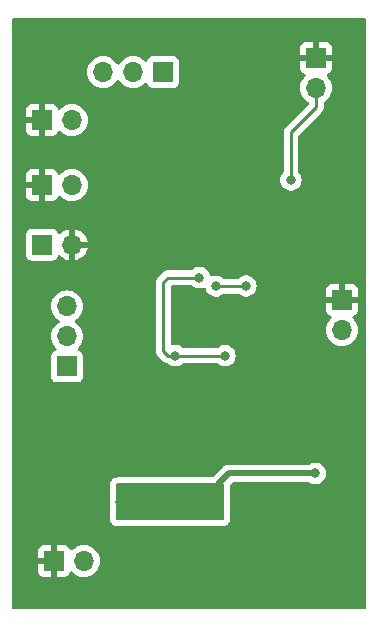
<source format=gbr>
%TF.GenerationSoftware,KiCad,Pcbnew,7.0.1-3b83917a11~172~ubuntu22.04.1*%
%TF.CreationDate,2023-04-19T02:42:24+01:00*%
%TF.ProjectId,mxr_microamp,6d78725f-6d69-4637-926f-616d702e6b69,rev?*%
%TF.SameCoordinates,Original*%
%TF.FileFunction,Copper,L2,Bot*%
%TF.FilePolarity,Positive*%
%FSLAX46Y46*%
G04 Gerber Fmt 4.6, Leading zero omitted, Abs format (unit mm)*
G04 Created by KiCad (PCBNEW 7.0.1-3b83917a11~172~ubuntu22.04.1) date 2023-04-19 02:42:24*
%MOMM*%
%LPD*%
G01*
G04 APERTURE LIST*
%TA.AperFunction,ComponentPad*%
%ADD10O,1.700000X1.700000*%
%TD*%
%TA.AperFunction,ComponentPad*%
%ADD11R,1.700000X1.700000*%
%TD*%
%TA.AperFunction,ComponentPad*%
%ADD12C,0.600000*%
%TD*%
%TA.AperFunction,SMDPad,CuDef*%
%ADD13R,2.650000X1.000000*%
%TD*%
%TA.AperFunction,ViaPad*%
%ADD14C,0.800000*%
%TD*%
%TA.AperFunction,Conductor*%
%ADD15C,0.250000*%
%TD*%
%TA.AperFunction,Conductor*%
%ADD16C,0.500000*%
%TD*%
G04 APERTURE END LIST*
D10*
%TO.P,J7,2,Pin_2*%
%TO.N,GND*%
X132080000Y-82677000D03*
D11*
%TO.P,J7,1,Pin_1*%
%TO.N,Net-(J6-Pin_3)*%
X129540000Y-82677000D03*
%TD*%
D10*
%TO.P,J6,3,Pin_3*%
%TO.N,Net-(J6-Pin_3)*%
X131673600Y-87909400D03*
%TO.P,J6,2,Pin_2*%
%TO.N,/chargepump/CP_VIN*%
X131673600Y-90449400D03*
D11*
%TO.P,J6,1,Pin_1*%
%TO.N,/buck/BUCK_VOUT*%
X131673600Y-92989400D03*
%TD*%
%TO.P,J2,1,Pin_1*%
%TO.N,GND*%
X152755600Y-66873200D03*
D10*
%TO.P,J2,2,Pin_2*%
%TO.N,Net-(J2-Pin_2)*%
X152755600Y-69413200D03*
%TD*%
D11*
%TO.P,RV1,1,1*%
%TO.N,Net-(U1--)*%
X139805500Y-68072000D03*
D10*
%TO.P,RV1,2,2*%
%TO.N,Net-(R12-Pad1)*%
X137265500Y-68072000D03*
%TO.P,RV1,3,3*%
%TO.N,Net-(R13-Pad1)*%
X134725500Y-68072000D03*
%TD*%
D11*
%TO.P,J5,1,Pin_1*%
%TO.N,GND*%
X154940000Y-87371000D03*
D10*
%TO.P,J5,2,Pin_2*%
%TO.N,+5V*%
X154940000Y-89911000D03*
%TD*%
D11*
%TO.P,J1,1,Pin_1*%
%TO.N,GND*%
X129540000Y-72136000D03*
D10*
%TO.P,J1,2,Pin_2*%
%TO.N,Net-(J1-Pin_2)*%
X132080000Y-72136000D03*
%TD*%
D11*
%TO.P,J3,1,Pin_1*%
%TO.N,GND*%
X130551000Y-109448600D03*
D10*
%TO.P,J3,2,Pin_2*%
%TO.N,/buck/BUCK_VIN*%
X133091000Y-109448600D03*
%TD*%
%TO.P,J4,2,Pin_2*%
%TO.N,-5V*%
X132075000Y-77647800D03*
D11*
%TO.P,J4,1,Pin_1*%
%TO.N,GND*%
X129535000Y-77647800D03*
%TD*%
D12*
%TO.P,U2,13,PAD*%
%TO.N,GND*%
X144260000Y-88900000D03*
X143260000Y-88900000D03*
D13*
X143260000Y-88900000D03*
D12*
X142260000Y-88900000D03*
%TD*%
D14*
%TO.N,GND*%
X127762000Y-86360000D03*
X133350000Y-75438000D03*
X129794000Y-64262000D03*
X132588000Y-69850000D03*
X148336000Y-109220000D03*
X148844000Y-106680000D03*
X127762000Y-90424000D03*
X131572000Y-94996000D03*
X154432000Y-94996000D03*
X155956000Y-81026000D03*
X144272000Y-78232000D03*
X145034000Y-76708000D03*
X145034000Y-74422000D03*
X146050000Y-72136000D03*
X155702000Y-64516000D03*
X150114000Y-66548000D03*
X150114000Y-68580000D03*
X132842000Y-64516000D03*
X136144000Y-64516000D03*
X127762000Y-81026000D03*
X127762000Y-74930000D03*
X130810000Y-75438000D03*
X130556000Y-80518000D03*
X132080000Y-85852000D03*
X134366000Y-71628000D03*
X134366000Y-77470000D03*
X142240000Y-66040000D03*
X141097000Y-70612000D03*
X142621000Y-70612000D03*
X142113000Y-107696000D03*
X139319000Y-107696000D03*
X136398000Y-101092000D03*
X139319000Y-101092000D03*
X142113000Y-101092000D03*
X146050000Y-100584000D03*
X153670000Y-100584000D03*
X149860000Y-100584000D03*
X154178000Y-81534000D03*
X151384000Y-86106000D03*
X127762000Y-112141000D03*
X135382000Y-107569000D03*
X139446000Y-94361000D03*
X134874000Y-94869000D03*
X133858000Y-100965000D03*
X131572000Y-100978000D03*
X129286000Y-100965000D03*
X146558000Y-65024000D03*
X148844000Y-65024000D03*
X155702000Y-72009000D03*
X136017000Y-111760000D03*
X145542000Y-110490000D03*
X146812000Y-112395000D03*
X149352000Y-112395000D03*
X151892000Y-112395000D03*
X154432000Y-112395000D03*
X156337000Y-111125000D03*
X156337000Y-107950000D03*
X156337000Y-104775000D03*
X156337000Y-101600000D03*
X156337000Y-98425000D03*
X147447000Y-93980000D03*
X149987000Y-94615000D03*
X152527000Y-93980000D03*
X156337000Y-95250000D03*
X155194000Y-83312000D03*
X149352000Y-81280000D03*
X147447000Y-81280000D03*
X145542000Y-81280000D03*
X143637000Y-81280000D03*
X141732000Y-81280000D03*
X136652000Y-81915000D03*
X136652000Y-83820000D03*
X136652000Y-85725000D03*
%TO.N,/chargepump/CP_VIN*%
X142875000Y-85471000D03*
%TO.N,GND*%
X153670000Y-106172000D03*
%TO.N,Net-(U6-SW)*%
X152675500Y-102053300D03*
X144475200Y-104470200D03*
X136186200Y-104470200D03*
%TO.N,GND*%
X146253200Y-78257400D03*
%TO.N,Net-(J2-Pin_2)*%
X150622000Y-77216000D03*
%TO.N,GND*%
X133858000Y-89890600D03*
X142621750Y-83947000D03*
X140567500Y-77343000D03*
%TO.N,/chargepump/CP_VIN*%
X145034000Y-92075000D03*
X140839750Y-92071750D03*
%TO.N,Net-(U2-FB+)*%
X146812000Y-86182200D03*
X144275481Y-86195500D03*
%TD*%
D15*
%TO.N,Net-(U2-FB+)*%
X146824100Y-86195500D02*
X144275481Y-86195500D01*
%TO.N,/chargepump/CP_VIN*%
X145034000Y-92075000D02*
X145030750Y-92071750D01*
X145030750Y-92071750D02*
X140839750Y-92071750D01*
X140839750Y-92071750D02*
X140204750Y-92071750D01*
X140204750Y-92071750D02*
X139827000Y-91694000D01*
X140208000Y-85471000D02*
X142875000Y-85471000D01*
X139827000Y-91694000D02*
X139827000Y-85852000D01*
X139827000Y-85852000D02*
X140208000Y-85471000D01*
%TO.N,Net-(J2-Pin_2)*%
X150622000Y-77216000D02*
X150622000Y-73177400D01*
X150622000Y-73177400D02*
X152755600Y-71043800D01*
X152755600Y-71043800D02*
X152755600Y-69413200D01*
D16*
%TO.N,Net-(U6-SW)*%
X144475200Y-104470200D02*
X144475200Y-102946200D01*
X144475200Y-102946200D02*
X145368100Y-102053300D01*
X145368100Y-102053300D02*
X152675500Y-102053300D01*
%TD*%
%TA.AperFunction,Conductor*%
%TO.N,GND*%
G36*
X156909500Y-63517113D02*
G01*
X156954887Y-63562500D01*
X156971500Y-63624500D01*
X156971500Y-113413500D01*
X156954887Y-113475500D01*
X156909500Y-113520887D01*
X156847500Y-113537500D01*
X127124500Y-113537500D01*
X127062500Y-113520887D01*
X127017113Y-113475500D01*
X127000500Y-113413500D01*
X127000500Y-109698600D01*
X129201000Y-109698600D01*
X129201000Y-110346424D01*
X129207402Y-110405975D01*
X129257647Y-110540689D01*
X129343811Y-110655788D01*
X129458910Y-110741952D01*
X129593624Y-110792197D01*
X129653176Y-110798600D01*
X130301000Y-110798600D01*
X130801000Y-110798600D01*
X131448824Y-110798600D01*
X131508375Y-110792197D01*
X131643089Y-110741952D01*
X131758188Y-110655788D01*
X131844352Y-110540689D01*
X131893422Y-110409128D01*
X131928401Y-110358749D01*
X131983246Y-110331296D01*
X132044539Y-110333485D01*
X132097285Y-110364781D01*
X132219599Y-110487095D01*
X132413170Y-110622635D01*
X132627337Y-110722503D01*
X132855592Y-110783663D01*
X133091000Y-110804259D01*
X133326408Y-110783663D01*
X133554663Y-110722503D01*
X133768830Y-110622635D01*
X133962401Y-110487095D01*
X134129495Y-110320001D01*
X134265035Y-110126430D01*
X134364903Y-109912263D01*
X134426063Y-109684008D01*
X134446659Y-109448600D01*
X134426063Y-109213192D01*
X134364903Y-108984937D01*
X134265035Y-108770771D01*
X134129495Y-108577199D01*
X133962401Y-108410105D01*
X133768830Y-108274565D01*
X133554663Y-108174697D01*
X133482074Y-108155247D01*
X133326407Y-108113536D01*
X133091000Y-108092940D01*
X132855592Y-108113536D01*
X132627336Y-108174697D01*
X132413170Y-108274565D01*
X132219601Y-108410103D01*
X132097285Y-108532419D01*
X132044539Y-108563714D01*
X131983246Y-108565903D01*
X131928401Y-108538450D01*
X131893422Y-108488071D01*
X131844352Y-108356511D01*
X131758188Y-108241411D01*
X131643089Y-108155247D01*
X131508375Y-108105002D01*
X131448824Y-108098600D01*
X130801000Y-108098600D01*
X130801000Y-110798600D01*
X130301000Y-110798600D01*
X130301000Y-109698600D01*
X129201000Y-109698600D01*
X127000500Y-109698600D01*
X127000500Y-109198600D01*
X129201000Y-109198600D01*
X130301000Y-109198600D01*
X130301000Y-108098600D01*
X129653176Y-108098600D01*
X129593624Y-108105002D01*
X129458910Y-108155247D01*
X129343811Y-108241411D01*
X129257647Y-108356510D01*
X129207402Y-108491224D01*
X129201000Y-108550776D01*
X129201000Y-109198600D01*
X127000500Y-109198600D01*
X127000500Y-104470200D01*
X135280740Y-104470200D01*
X135282221Y-104484292D01*
X135282900Y-104497252D01*
X135282900Y-105870201D01*
X135300124Y-106001030D01*
X135316739Y-106063038D01*
X135367236Y-106184949D01*
X135447570Y-106289642D01*
X135492957Y-106335029D01*
X135597650Y-106415363D01*
X135719566Y-106465862D01*
X135781566Y-106482475D01*
X135879691Y-106495393D01*
X135912399Y-106499700D01*
X135912400Y-106499700D01*
X144859200Y-106499700D01*
X144859201Y-106499700D01*
X144885366Y-106496254D01*
X144990034Y-106482475D01*
X145052034Y-106465862D01*
X145173950Y-106415363D01*
X145278642Y-106335029D01*
X145324029Y-106289642D01*
X145404363Y-106184950D01*
X145454862Y-106063034D01*
X145471475Y-106001034D01*
X145488700Y-105870200D01*
X145488700Y-103045428D01*
X145498139Y-102997975D01*
X145525016Y-102957749D01*
X145642650Y-102840116D01*
X145682876Y-102813239D01*
X145730329Y-102803800D01*
X152136163Y-102803800D01*
X152174482Y-102809869D01*
X152209050Y-102827483D01*
X152222771Y-102837452D01*
X152395697Y-102914444D01*
X152580852Y-102953800D01*
X152580854Y-102953800D01*
X152770146Y-102953800D01*
X152770148Y-102953800D01*
X152893583Y-102927562D01*
X152955303Y-102914444D01*
X153128230Y-102837451D01*
X153281371Y-102726188D01*
X153408033Y-102585516D01*
X153502679Y-102421584D01*
X153561174Y-102241556D01*
X153580960Y-102053300D01*
X153561174Y-101865044D01*
X153502679Y-101685016D01*
X153502679Y-101685015D01*
X153408033Y-101521083D01*
X153281370Y-101380410D01*
X153128230Y-101269148D01*
X152955302Y-101192155D01*
X152770148Y-101152800D01*
X152770146Y-101152800D01*
X152580854Y-101152800D01*
X152580852Y-101152800D01*
X152395697Y-101192155D01*
X152222771Y-101269147D01*
X152209050Y-101279117D01*
X152174482Y-101296731D01*
X152136163Y-101302800D01*
X145431806Y-101302800D01*
X145413836Y-101301491D01*
X145399953Y-101299457D01*
X145390077Y-101298011D01*
X145390076Y-101298011D01*
X145340734Y-101302328D01*
X145329927Y-101302800D01*
X145324389Y-101302800D01*
X145293587Y-101306399D01*
X145290006Y-101306765D01*
X145214052Y-101313411D01*
X145195026Y-101317629D01*
X145123345Y-101343717D01*
X145119942Y-101344900D01*
X145047574Y-101368880D01*
X145030027Y-101377376D01*
X144966336Y-101419265D01*
X144963296Y-101421202D01*
X144898380Y-101461243D01*
X144883265Y-101473555D01*
X144830948Y-101529008D01*
X144828436Y-101531594D01*
X144006450Y-102353581D01*
X143966222Y-102380461D01*
X143918769Y-102389900D01*
X135912399Y-102389900D01*
X135781569Y-102407124D01*
X135719561Y-102423739D01*
X135597650Y-102474236D01*
X135492957Y-102554570D01*
X135447570Y-102599957D01*
X135367236Y-102704650D01*
X135316739Y-102826561D01*
X135300124Y-102888569D01*
X135282900Y-103019399D01*
X135282900Y-104443148D01*
X135282221Y-104456108D01*
X135280740Y-104470200D01*
X127000500Y-104470200D01*
X127000500Y-90449400D01*
X130317940Y-90449400D01*
X130338536Y-90684807D01*
X130364687Y-90782404D01*
X130399697Y-90913063D01*
X130499565Y-91127230D01*
X130635105Y-91320801D01*
X130635108Y-91320804D01*
X130757030Y-91442726D01*
X130788326Y-91495472D01*
X130790515Y-91556765D01*
X130763062Y-91611609D01*
X130712683Y-91646589D01*
X130581269Y-91695604D01*
X130466054Y-91781854D01*
X130379804Y-91897068D01*
X130329509Y-92031916D01*
X130323100Y-92091530D01*
X130323100Y-93887269D01*
X130329509Y-93946883D01*
X130379804Y-94081731D01*
X130466054Y-94196946D01*
X130581269Y-94283196D01*
X130716117Y-94333491D01*
X130775727Y-94339900D01*
X132571472Y-94339899D01*
X132631083Y-94333491D01*
X132765931Y-94283196D01*
X132881146Y-94196946D01*
X132967396Y-94081731D01*
X133017691Y-93946883D01*
X133024100Y-93887273D01*
X133024099Y-92091528D01*
X133017691Y-92031917D01*
X132967396Y-91897069D01*
X132881146Y-91781854D01*
X132765931Y-91695604D01*
X132704498Y-91672691D01*
X132634516Y-91646589D01*
X132584137Y-91611609D01*
X132556684Y-91556765D01*
X132558873Y-91495472D01*
X132590166Y-91442729D01*
X132712095Y-91320801D01*
X132847635Y-91127230D01*
X132947503Y-90913063D01*
X133008663Y-90684808D01*
X133029259Y-90449400D01*
X133008663Y-90213992D01*
X132947503Y-89985737D01*
X132847635Y-89771571D01*
X132712095Y-89577999D01*
X132545001Y-89410905D01*
X132359439Y-89280973D01*
X132320575Y-89236657D01*
X132306564Y-89179400D01*
X132320575Y-89122143D01*
X132359439Y-89077826D01*
X132545001Y-88947895D01*
X132712095Y-88780801D01*
X132847635Y-88587230D01*
X132947503Y-88373063D01*
X133008663Y-88144808D01*
X133029259Y-87909400D01*
X133008663Y-87673992D01*
X132947503Y-87445737D01*
X132847635Y-87231571D01*
X132712095Y-87037999D01*
X132545001Y-86870905D01*
X132351430Y-86735365D01*
X132137263Y-86635497D01*
X132076102Y-86619109D01*
X131909007Y-86574336D01*
X131673600Y-86553740D01*
X131438192Y-86574336D01*
X131209936Y-86635497D01*
X130995770Y-86735365D01*
X130802198Y-86870905D01*
X130635105Y-87037998D01*
X130499565Y-87231570D01*
X130399697Y-87445736D01*
X130338536Y-87673992D01*
X130317940Y-87909399D01*
X130338536Y-88144807D01*
X130383309Y-88311902D01*
X130399697Y-88373063D01*
X130499565Y-88587230D01*
X130635105Y-88780801D01*
X130802199Y-88947895D01*
X130987760Y-89077826D01*
X131026624Y-89122143D01*
X131040635Y-89179400D01*
X131026624Y-89236657D01*
X130987759Y-89280975D01*
X130802195Y-89410908D01*
X130635105Y-89577998D01*
X130499565Y-89771570D01*
X130399697Y-89985736D01*
X130338536Y-90213992D01*
X130317940Y-90449400D01*
X127000500Y-90449400D01*
X127000500Y-85832194D01*
X139196840Y-85832194D01*
X139200950Y-85875675D01*
X139201500Y-85887344D01*
X139201500Y-91611256D01*
X139199235Y-91631762D01*
X139201439Y-91701873D01*
X139201500Y-91705768D01*
X139201500Y-91733349D01*
X139202003Y-91737334D01*
X139202918Y-91748967D01*
X139204290Y-91792626D01*
X139209879Y-91811860D01*
X139213825Y-91830916D01*
X139216335Y-91850792D01*
X139232414Y-91891404D01*
X139236197Y-91902451D01*
X139248382Y-91944391D01*
X139258580Y-91961635D01*
X139267136Y-91979100D01*
X139274514Y-91997732D01*
X139274515Y-91997733D01*
X139300180Y-92033059D01*
X139306593Y-92042822D01*
X139328826Y-92080416D01*
X139328829Y-92080419D01*
X139328830Y-92080420D01*
X139342995Y-92094585D01*
X139355628Y-92109376D01*
X139367404Y-92125585D01*
X139367405Y-92125586D01*
X139367406Y-92125587D01*
X139401069Y-92153435D01*
X139409696Y-92161287D01*
X139703944Y-92455534D01*
X139716844Y-92471636D01*
X139767973Y-92519650D01*
X139770769Y-92522360D01*
X139790279Y-92541870D01*
X139793461Y-92544338D01*
X139802321Y-92551905D01*
X139834167Y-92581811D01*
X139834168Y-92581812D01*
X139851720Y-92591461D01*
X139867988Y-92602147D01*
X139883814Y-92614423D01*
X139923896Y-92631767D01*
X139934383Y-92636905D01*
X139972657Y-92657947D01*
X139981160Y-92660129D01*
X139992058Y-92662928D01*
X140010463Y-92669228D01*
X140028854Y-92677187D01*
X140072000Y-92684020D01*
X140083418Y-92686385D01*
X140125731Y-92697250D01*
X140136002Y-92697250D01*
X140186437Y-92707970D01*
X140228150Y-92738275D01*
X140233879Y-92744638D01*
X140233882Y-92744640D01*
X140387019Y-92855901D01*
X140559947Y-92932894D01*
X140745102Y-92972250D01*
X140745104Y-92972250D01*
X140934396Y-92972250D01*
X140934398Y-92972250D01*
X141057834Y-92946012D01*
X141119553Y-92932894D01*
X141292480Y-92855901D01*
X141445621Y-92744638D01*
X141451348Y-92738276D01*
X141493062Y-92707970D01*
X141543497Y-92697250D01*
X144327326Y-92697250D01*
X144377762Y-92707971D01*
X144419475Y-92738277D01*
X144425204Y-92744640D01*
X144428130Y-92747889D01*
X144581269Y-92859151D01*
X144754197Y-92936144D01*
X144939352Y-92975500D01*
X144939354Y-92975500D01*
X145128646Y-92975500D01*
X145128648Y-92975500D01*
X145252084Y-92949262D01*
X145313803Y-92936144D01*
X145486730Y-92859151D01*
X145639871Y-92747888D01*
X145766533Y-92607216D01*
X145861179Y-92443284D01*
X145919674Y-92263256D01*
X145939460Y-92075000D01*
X145919674Y-91886744D01*
X145873011Y-91743130D01*
X145861179Y-91706715D01*
X145766533Y-91542783D01*
X145639870Y-91402110D01*
X145486730Y-91290848D01*
X145313802Y-91213855D01*
X145128648Y-91174500D01*
X145128646Y-91174500D01*
X144939354Y-91174500D01*
X144939352Y-91174500D01*
X144754197Y-91213855D01*
X144581269Y-91290848D01*
X144428131Y-91402109D01*
X144425331Y-91405220D01*
X144383616Y-91435529D01*
X144333179Y-91446250D01*
X141543497Y-91446250D01*
X141493062Y-91435530D01*
X141451348Y-91405223D01*
X141445621Y-91398862D01*
X141292480Y-91287599D01*
X141292479Y-91287598D01*
X141292477Y-91287597D01*
X141119552Y-91210605D01*
X140934398Y-91171250D01*
X140934396Y-91171250D01*
X140745104Y-91171250D01*
X140745102Y-91171250D01*
X140602281Y-91201607D01*
X140547552Y-91200891D01*
X140498464Y-91176683D01*
X140464579Y-91133700D01*
X140452500Y-91080317D01*
X140452500Y-89911000D01*
X153584340Y-89911000D01*
X153604936Y-90146407D01*
X153649709Y-90313502D01*
X153666097Y-90374663D01*
X153765965Y-90588830D01*
X153901505Y-90782401D01*
X154068599Y-90949495D01*
X154262170Y-91085035D01*
X154476337Y-91184903D01*
X154704592Y-91246063D01*
X154940000Y-91266659D01*
X155175408Y-91246063D01*
X155403663Y-91184903D01*
X155617830Y-91085035D01*
X155811401Y-90949495D01*
X155978495Y-90782401D01*
X156114035Y-90588830D01*
X156213903Y-90374663D01*
X156275063Y-90146408D01*
X156295659Y-89911000D01*
X156275063Y-89675592D01*
X156213903Y-89447337D01*
X156114035Y-89233171D01*
X155978495Y-89039599D01*
X155856181Y-88917284D01*
X155824885Y-88864539D01*
X155822696Y-88803246D01*
X155850149Y-88748401D01*
X155900528Y-88713422D01*
X156032089Y-88664352D01*
X156147188Y-88578188D01*
X156233352Y-88463089D01*
X156283597Y-88328375D01*
X156290000Y-88268824D01*
X156290000Y-87621000D01*
X153590000Y-87621000D01*
X153590000Y-88268824D01*
X153596402Y-88328375D01*
X153646647Y-88463089D01*
X153732811Y-88578188D01*
X153847911Y-88664352D01*
X153979471Y-88713422D01*
X154029850Y-88748401D01*
X154057303Y-88803246D01*
X154055114Y-88864539D01*
X154023819Y-88917285D01*
X153901503Y-89039601D01*
X153765965Y-89233170D01*
X153666097Y-89447336D01*
X153604936Y-89675592D01*
X153584340Y-89911000D01*
X140452500Y-89911000D01*
X140452500Y-87121000D01*
X153590000Y-87121000D01*
X154690000Y-87121000D01*
X154690000Y-86021000D01*
X155190000Y-86021000D01*
X155190000Y-87121000D01*
X156290000Y-87121000D01*
X156290000Y-86473176D01*
X156283597Y-86413624D01*
X156233352Y-86278910D01*
X156147188Y-86163811D01*
X156032089Y-86077647D01*
X155897375Y-86027402D01*
X155837824Y-86021000D01*
X155190000Y-86021000D01*
X154690000Y-86021000D01*
X154042176Y-86021000D01*
X153982624Y-86027402D01*
X153847910Y-86077647D01*
X153732811Y-86163811D01*
X153646647Y-86278910D01*
X153596402Y-86413624D01*
X153590000Y-86473176D01*
X153590000Y-87121000D01*
X140452500Y-87121000D01*
X140452500Y-86220500D01*
X140469113Y-86158500D01*
X140514500Y-86113113D01*
X140576500Y-86096500D01*
X142171253Y-86096500D01*
X142221688Y-86107220D01*
X142263401Y-86137526D01*
X142269129Y-86143888D01*
X142422270Y-86255151D01*
X142422271Y-86255151D01*
X142422272Y-86255152D01*
X142595197Y-86332144D01*
X142780352Y-86371500D01*
X142780354Y-86371500D01*
X142969646Y-86371500D01*
X142969648Y-86371500D01*
X143154800Y-86332145D01*
X143154801Y-86332144D01*
X143154803Y-86332144D01*
X143219648Y-86303272D01*
X143287338Y-86293759D01*
X143349787Y-86321562D01*
X143388013Y-86378234D01*
X143448301Y-86563784D01*
X143542947Y-86727716D01*
X143669610Y-86868389D01*
X143822750Y-86979651D01*
X143995678Y-87056644D01*
X144180833Y-87096000D01*
X144180835Y-87096000D01*
X144370127Y-87096000D01*
X144370129Y-87096000D01*
X144493565Y-87069762D01*
X144555284Y-87056644D01*
X144728211Y-86979651D01*
X144881352Y-86868388D01*
X144887079Y-86862026D01*
X144928793Y-86831720D01*
X144979228Y-86821000D01*
X146120228Y-86821000D01*
X146170669Y-86831723D01*
X146194443Y-86848999D01*
X146195585Y-86847428D01*
X146359269Y-86966351D01*
X146532197Y-87043344D01*
X146717352Y-87082700D01*
X146717354Y-87082700D01*
X146906646Y-87082700D01*
X146906648Y-87082700D01*
X147030084Y-87056462D01*
X147091803Y-87043344D01*
X147264730Y-86966351D01*
X147417871Y-86855088D01*
X147544533Y-86714416D01*
X147639179Y-86550484D01*
X147697674Y-86370456D01*
X147717460Y-86182200D01*
X147697674Y-85993944D01*
X147639179Y-85813916D01*
X147639179Y-85813915D01*
X147544533Y-85649983D01*
X147417870Y-85509310D01*
X147264730Y-85398048D01*
X147091802Y-85321055D01*
X146906648Y-85281700D01*
X146906646Y-85281700D01*
X146717354Y-85281700D01*
X146717352Y-85281700D01*
X146532197Y-85321055D01*
X146359269Y-85398048D01*
X146206130Y-85509310D01*
X146188427Y-85528972D01*
X146146713Y-85559280D01*
X146096277Y-85570000D01*
X144979228Y-85570000D01*
X144928793Y-85559280D01*
X144887079Y-85528973D01*
X144881352Y-85522612D01*
X144728211Y-85411349D01*
X144728210Y-85411348D01*
X144728208Y-85411347D01*
X144555283Y-85334355D01*
X144370129Y-85295000D01*
X144370127Y-85295000D01*
X144180835Y-85295000D01*
X144180833Y-85295000D01*
X143995680Y-85334354D01*
X143930834Y-85363226D01*
X143863141Y-85372739D01*
X143800693Y-85344936D01*
X143762468Y-85288264D01*
X143702179Y-85102715D01*
X143607533Y-84938783D01*
X143480870Y-84798110D01*
X143327730Y-84686848D01*
X143154802Y-84609855D01*
X142969648Y-84570500D01*
X142969646Y-84570500D01*
X142780354Y-84570500D01*
X142780352Y-84570500D01*
X142595197Y-84609855D01*
X142422272Y-84686847D01*
X142320175Y-84761024D01*
X142269129Y-84798112D01*
X142263401Y-84804473D01*
X142221688Y-84834780D01*
X142171253Y-84845500D01*
X140290740Y-84845500D01*
X140270236Y-84843236D01*
X140200144Y-84845439D01*
X140196250Y-84845500D01*
X140168648Y-84845500D01*
X140164653Y-84846004D01*
X140153029Y-84846918D01*
X140109368Y-84848290D01*
X140090129Y-84853880D01*
X140071080Y-84857825D01*
X140051208Y-84860335D01*
X140010593Y-84876415D01*
X139999549Y-84880196D01*
X139957611Y-84892382D01*
X139940364Y-84902581D01*
X139922900Y-84911136D01*
X139904267Y-84918514D01*
X139868926Y-84944189D01*
X139859168Y-84950599D01*
X139821579Y-84972829D01*
X139807410Y-84986998D01*
X139792622Y-84999628D01*
X139776413Y-85011405D01*
X139748572Y-85045058D01*
X139740711Y-85053696D01*
X139443208Y-85351199D01*
X139427110Y-85364096D01*
X139379096Y-85415225D01*
X139376391Y-85418017D01*
X139356874Y-85437534D01*
X139354415Y-85440705D01*
X139346842Y-85449572D01*
X139316935Y-85481420D01*
X139307285Y-85498974D01*
X139296609Y-85515228D01*
X139284326Y-85531063D01*
X139266975Y-85571158D01*
X139261838Y-85581644D01*
X139240802Y-85619907D01*
X139235821Y-85639309D01*
X139229520Y-85657711D01*
X139221561Y-85676102D01*
X139214728Y-85719242D01*
X139212360Y-85730674D01*
X139201500Y-85772978D01*
X139201500Y-85793016D01*
X139199973Y-85812415D01*
X139196840Y-85832194D01*
X127000500Y-85832194D01*
X127000500Y-83574869D01*
X128189500Y-83574869D01*
X128191455Y-83593053D01*
X128195909Y-83634483D01*
X128246204Y-83769331D01*
X128332454Y-83884546D01*
X128447669Y-83970796D01*
X128582517Y-84021091D01*
X128642127Y-84027500D01*
X130437872Y-84027499D01*
X130497483Y-84021091D01*
X130632331Y-83970796D01*
X130747546Y-83884546D01*
X130833796Y-83769331D01*
X130883003Y-83637398D01*
X130917981Y-83587021D01*
X130972826Y-83559568D01*
X131034119Y-83561757D01*
X131086865Y-83593053D01*
X131208918Y-83715106D01*
X131402423Y-83850600D01*
X131616507Y-83950430D01*
X131829999Y-84007635D01*
X131830000Y-84007636D01*
X131830000Y-82927000D01*
X132330000Y-82927000D01*
X132330000Y-84007635D01*
X132543492Y-83950430D01*
X132757576Y-83850600D01*
X132951081Y-83715106D01*
X133118106Y-83548081D01*
X133253600Y-83354576D01*
X133353430Y-83140492D01*
X133410636Y-82927000D01*
X132330000Y-82927000D01*
X131830000Y-82927000D01*
X131830000Y-81346364D01*
X132330000Y-81346364D01*
X132330000Y-82427000D01*
X133410636Y-82427000D01*
X133410635Y-82426999D01*
X133353430Y-82213507D01*
X133253599Y-81999421D01*
X133118109Y-81805921D01*
X132951081Y-81638893D01*
X132757576Y-81503399D01*
X132543492Y-81403569D01*
X132330000Y-81346364D01*
X131830000Y-81346364D01*
X131829999Y-81346364D01*
X131616507Y-81403569D01*
X131402421Y-81503400D01*
X131208924Y-81638888D01*
X131086865Y-81760947D01*
X131034118Y-81792242D01*
X130972825Y-81794431D01*
X130917981Y-81766978D01*
X130883002Y-81716598D01*
X130854018Y-81638888D01*
X130833796Y-81584669D01*
X130747546Y-81469454D01*
X130632331Y-81383204D01*
X130497483Y-81332909D01*
X130437873Y-81326500D01*
X130437869Y-81326500D01*
X128642130Y-81326500D01*
X128582515Y-81332909D01*
X128447669Y-81383204D01*
X128332454Y-81469454D01*
X128246204Y-81584668D01*
X128195909Y-81719516D01*
X128189500Y-81779130D01*
X128189500Y-83574869D01*
X127000500Y-83574869D01*
X127000500Y-77897800D01*
X128185000Y-77897800D01*
X128185000Y-78545624D01*
X128191402Y-78605175D01*
X128241647Y-78739889D01*
X128327811Y-78854988D01*
X128442910Y-78941152D01*
X128577624Y-78991397D01*
X128637176Y-78997800D01*
X129285000Y-78997800D01*
X129785000Y-78997800D01*
X130432824Y-78997800D01*
X130492375Y-78991397D01*
X130627089Y-78941152D01*
X130742188Y-78854988D01*
X130828352Y-78739889D01*
X130877422Y-78608328D01*
X130912401Y-78557949D01*
X130967246Y-78530496D01*
X131028539Y-78532685D01*
X131081285Y-78563981D01*
X131203599Y-78686295D01*
X131397170Y-78821835D01*
X131611337Y-78921703D01*
X131839592Y-78982863D01*
X132074999Y-79003459D01*
X132074999Y-79003458D01*
X132075000Y-79003459D01*
X132310408Y-78982863D01*
X132538663Y-78921703D01*
X132752830Y-78821835D01*
X132946401Y-78686295D01*
X133113495Y-78519201D01*
X133249035Y-78325630D01*
X133348903Y-78111463D01*
X133410063Y-77883208D01*
X133430659Y-77647800D01*
X133410063Y-77412392D01*
X133357441Y-77216000D01*
X149716540Y-77216000D01*
X149736326Y-77404257D01*
X149794820Y-77584284D01*
X149889466Y-77748216D01*
X150016129Y-77888889D01*
X150169269Y-78000151D01*
X150342197Y-78077144D01*
X150527352Y-78116500D01*
X150527354Y-78116500D01*
X150716646Y-78116500D01*
X150716648Y-78116500D01*
X150840083Y-78090262D01*
X150901803Y-78077144D01*
X151074730Y-78000151D01*
X151227871Y-77888888D01*
X151354533Y-77748216D01*
X151449179Y-77584284D01*
X151507674Y-77404256D01*
X151527460Y-77216000D01*
X151507674Y-77027744D01*
X151449179Y-76847716D01*
X151449179Y-76847715D01*
X151354535Y-76683786D01*
X151287474Y-76609308D01*
X151279347Y-76600282D01*
X151255736Y-76561751D01*
X151247500Y-76517313D01*
X151247500Y-73487852D01*
X151256939Y-73440399D01*
X151283819Y-73400171D01*
X152084328Y-72599662D01*
X153139389Y-71544600D01*
X153155485Y-71531706D01*
X153157473Y-71529587D01*
X153157477Y-71529586D01*
X153203548Y-71480523D01*
X153206166Y-71477823D01*
X153225720Y-71458271D01*
X153228181Y-71455098D01*
X153235756Y-71446227D01*
X153265662Y-71414382D01*
X153275312Y-71396827D01*
X153286000Y-71380557D01*
X153298271Y-71364738D01*
X153298273Y-71364736D01*
X153315626Y-71324632D01*
X153320757Y-71314162D01*
X153341797Y-71275892D01*
X153346775Y-71256499D01*
X153353081Y-71238082D01*
X153354618Y-71234528D01*
X153361038Y-71219696D01*
X153367872Y-71176545D01*
X153370235Y-71165131D01*
X153381100Y-71122819D01*
X153381100Y-71102784D01*
X153382627Y-71083385D01*
X153385760Y-71063604D01*
X153381650Y-71020125D01*
X153381100Y-71008456D01*
X153381100Y-70688427D01*
X153395111Y-70631170D01*
X153433974Y-70586853D01*
X153627001Y-70451695D01*
X153794095Y-70284601D01*
X153929635Y-70091030D01*
X154029503Y-69876863D01*
X154090663Y-69648608D01*
X154111259Y-69413200D01*
X154090663Y-69177792D01*
X154029503Y-68949537D01*
X153929635Y-68735371D01*
X153794095Y-68541799D01*
X153671781Y-68419485D01*
X153640485Y-68366739D01*
X153638296Y-68305446D01*
X153665749Y-68250601D01*
X153716128Y-68215622D01*
X153847689Y-68166552D01*
X153962788Y-68080388D01*
X154048952Y-67965289D01*
X154099197Y-67830575D01*
X154105600Y-67771024D01*
X154105600Y-67123200D01*
X151405600Y-67123200D01*
X151405600Y-67771024D01*
X151412002Y-67830575D01*
X151462247Y-67965289D01*
X151548411Y-68080388D01*
X151663511Y-68166552D01*
X151795071Y-68215622D01*
X151845450Y-68250601D01*
X151872903Y-68305446D01*
X151870714Y-68366739D01*
X151839419Y-68419485D01*
X151717103Y-68541801D01*
X151581565Y-68735370D01*
X151481697Y-68949536D01*
X151420536Y-69177792D01*
X151399940Y-69413200D01*
X151420536Y-69648607D01*
X151465309Y-69815701D01*
X151481697Y-69876863D01*
X151581565Y-70091030D01*
X151717105Y-70284601D01*
X151884199Y-70451695D01*
X152077225Y-70586853D01*
X152116089Y-70631170D01*
X152130100Y-70688427D01*
X152130100Y-70733348D01*
X152120661Y-70780801D01*
X152093781Y-70821029D01*
X150238208Y-72676599D01*
X150222110Y-72689496D01*
X150174096Y-72740625D01*
X150171391Y-72743417D01*
X150151874Y-72762934D01*
X150149415Y-72766105D01*
X150141842Y-72774972D01*
X150111935Y-72806820D01*
X150102285Y-72824374D01*
X150091609Y-72840628D01*
X150079326Y-72856463D01*
X150061975Y-72896558D01*
X150056838Y-72907044D01*
X150035802Y-72945307D01*
X150030821Y-72964709D01*
X150024520Y-72983111D01*
X150016561Y-73001502D01*
X150009728Y-73044642D01*
X150007360Y-73056074D01*
X149996500Y-73098378D01*
X149996500Y-73118416D01*
X149994973Y-73137813D01*
X149991840Y-73157596D01*
X149995390Y-73195151D01*
X149995950Y-73201075D01*
X149996500Y-73212744D01*
X149996500Y-76517313D01*
X149988264Y-76561751D01*
X149964652Y-76600282D01*
X149956526Y-76609308D01*
X149889464Y-76683786D01*
X149794820Y-76847715D01*
X149736326Y-77027742D01*
X149716540Y-77216000D01*
X133357441Y-77216000D01*
X133348903Y-77184137D01*
X133249035Y-76969971D01*
X133113495Y-76776399D01*
X132946401Y-76609305D01*
X132752830Y-76473765D01*
X132538663Y-76373897D01*
X132466074Y-76354447D01*
X132310407Y-76312736D01*
X132074999Y-76292140D01*
X131839592Y-76312736D01*
X131611336Y-76373897D01*
X131397170Y-76473765D01*
X131203601Y-76609303D01*
X131081285Y-76731619D01*
X131028539Y-76762914D01*
X130967246Y-76765103D01*
X130912401Y-76737650D01*
X130877422Y-76687271D01*
X130828352Y-76555711D01*
X130742188Y-76440611D01*
X130627089Y-76354447D01*
X130492375Y-76304202D01*
X130432824Y-76297800D01*
X129785000Y-76297800D01*
X129785000Y-78997800D01*
X129285000Y-78997800D01*
X129285000Y-77897800D01*
X128185000Y-77897800D01*
X127000500Y-77897800D01*
X127000500Y-77397800D01*
X128185000Y-77397800D01*
X129285000Y-77397800D01*
X129285000Y-76297800D01*
X128637176Y-76297800D01*
X128577624Y-76304202D01*
X128442910Y-76354447D01*
X128327811Y-76440611D01*
X128241647Y-76555710D01*
X128191402Y-76690424D01*
X128185000Y-76749976D01*
X128185000Y-77397800D01*
X127000500Y-77397800D01*
X127000500Y-72386000D01*
X128190000Y-72386000D01*
X128190000Y-73033824D01*
X128196402Y-73093375D01*
X128246647Y-73228089D01*
X128332811Y-73343188D01*
X128447910Y-73429352D01*
X128582624Y-73479597D01*
X128642176Y-73486000D01*
X129290000Y-73486000D01*
X129790000Y-73486000D01*
X130437824Y-73486000D01*
X130497375Y-73479597D01*
X130632089Y-73429352D01*
X130747188Y-73343188D01*
X130833352Y-73228089D01*
X130882422Y-73096528D01*
X130917401Y-73046149D01*
X130972246Y-73018696D01*
X131033539Y-73020885D01*
X131086284Y-73052180D01*
X131208599Y-73174495D01*
X131402170Y-73310035D01*
X131616337Y-73409903D01*
X131844592Y-73471063D01*
X132080000Y-73491659D01*
X132315408Y-73471063D01*
X132543663Y-73409903D01*
X132757830Y-73310035D01*
X132951401Y-73174495D01*
X133118495Y-73007401D01*
X133254035Y-72813830D01*
X133353903Y-72599663D01*
X133415063Y-72371408D01*
X133435659Y-72136000D01*
X133415063Y-71900592D01*
X133353903Y-71672337D01*
X133254035Y-71458171D01*
X133118495Y-71264599D01*
X132951401Y-71097505D01*
X132757830Y-70961965D01*
X132543663Y-70862097D01*
X132471074Y-70842647D01*
X132315407Y-70800936D01*
X132080000Y-70780340D01*
X131844592Y-70800936D01*
X131616336Y-70862097D01*
X131402170Y-70961965D01*
X131208601Y-71097503D01*
X131086285Y-71219819D01*
X131033539Y-71251114D01*
X130972246Y-71253303D01*
X130917401Y-71225850D01*
X130882422Y-71175471D01*
X130833352Y-71043911D01*
X130747188Y-70928811D01*
X130632089Y-70842647D01*
X130497375Y-70792402D01*
X130437824Y-70786000D01*
X129790000Y-70786000D01*
X129790000Y-73486000D01*
X129290000Y-73486000D01*
X129290000Y-72386000D01*
X128190000Y-72386000D01*
X127000500Y-72386000D01*
X127000500Y-71886000D01*
X128190000Y-71886000D01*
X129290000Y-71886000D01*
X129290000Y-70786000D01*
X128642176Y-70786000D01*
X128582624Y-70792402D01*
X128447910Y-70842647D01*
X128332811Y-70928811D01*
X128246647Y-71043910D01*
X128196402Y-71178624D01*
X128190000Y-71238176D01*
X128190000Y-71886000D01*
X127000500Y-71886000D01*
X127000500Y-68072000D01*
X133369840Y-68072000D01*
X133390436Y-68307407D01*
X133435209Y-68474501D01*
X133451597Y-68535663D01*
X133551465Y-68749830D01*
X133687005Y-68943401D01*
X133854099Y-69110495D01*
X134047670Y-69246035D01*
X134261837Y-69345903D01*
X134490091Y-69407062D01*
X134490092Y-69407063D01*
X134725499Y-69427659D01*
X134725499Y-69427658D01*
X134725500Y-69427659D01*
X134960908Y-69407063D01*
X135189163Y-69345903D01*
X135403330Y-69246035D01*
X135596901Y-69110495D01*
X135763995Y-68943401D01*
X135893926Y-68757839D01*
X135938243Y-68718975D01*
X135995500Y-68704964D01*
X136052757Y-68718975D01*
X136097073Y-68757839D01*
X136227005Y-68943401D01*
X136394099Y-69110495D01*
X136587670Y-69246035D01*
X136801837Y-69345903D01*
X137030091Y-69407062D01*
X137030092Y-69407063D01*
X137265499Y-69427659D01*
X137265499Y-69427658D01*
X137265500Y-69427659D01*
X137500908Y-69407063D01*
X137729163Y-69345903D01*
X137943330Y-69246035D01*
X138136901Y-69110495D01*
X138258829Y-68988566D01*
X138311572Y-68957273D01*
X138372865Y-68955084D01*
X138427709Y-68982537D01*
X138462689Y-69032916D01*
X138511704Y-69164331D01*
X138597954Y-69279546D01*
X138713169Y-69365796D01*
X138848017Y-69416091D01*
X138907627Y-69422500D01*
X140703372Y-69422499D01*
X140762983Y-69416091D01*
X140897831Y-69365796D01*
X141013046Y-69279546D01*
X141099296Y-69164331D01*
X141149591Y-69029483D01*
X141156000Y-68969873D01*
X141155999Y-67174128D01*
X141149591Y-67114517D01*
X141099296Y-66979669D01*
X141013046Y-66864454D01*
X140897831Y-66778204D01*
X140762983Y-66727909D01*
X140703373Y-66721500D01*
X140703369Y-66721500D01*
X138907630Y-66721500D01*
X138848015Y-66727909D01*
X138713169Y-66778204D01*
X138597954Y-66864454D01*
X138511704Y-66979669D01*
X138462689Y-67111083D01*
X138427709Y-67161462D01*
X138372865Y-67188915D01*
X138311572Y-67186726D01*
X138258826Y-67155430D01*
X138136904Y-67033508D01*
X138136901Y-67033505D01*
X137943330Y-66897965D01*
X137729163Y-66798097D01*
X137668001Y-66781709D01*
X137500907Y-66736936D01*
X137265500Y-66716340D01*
X137030092Y-66736936D01*
X136801836Y-66798097D01*
X136587670Y-66897965D01*
X136394098Y-67033505D01*
X136227005Y-67200598D01*
X136097075Y-67386159D01*
X136052757Y-67425025D01*
X135995500Y-67439036D01*
X135938243Y-67425025D01*
X135893925Y-67386159D01*
X135763994Y-67200598D01*
X135596904Y-67033508D01*
X135596901Y-67033505D01*
X135403330Y-66897965D01*
X135189163Y-66798097D01*
X135128001Y-66781709D01*
X134960907Y-66736936D01*
X134725500Y-66716340D01*
X134490092Y-66736936D01*
X134261836Y-66798097D01*
X134047670Y-66897965D01*
X133854098Y-67033505D01*
X133687005Y-67200598D01*
X133551465Y-67394170D01*
X133451597Y-67608336D01*
X133390436Y-67836592D01*
X133369840Y-68072000D01*
X127000500Y-68072000D01*
X127000500Y-66623200D01*
X151405600Y-66623200D01*
X152505600Y-66623200D01*
X152505600Y-65523200D01*
X153005600Y-65523200D01*
X153005600Y-66623200D01*
X154105600Y-66623200D01*
X154105600Y-65975376D01*
X154099197Y-65915824D01*
X154048952Y-65781110D01*
X153962788Y-65666011D01*
X153847689Y-65579847D01*
X153712975Y-65529602D01*
X153653424Y-65523200D01*
X153005600Y-65523200D01*
X152505600Y-65523200D01*
X151857776Y-65523200D01*
X151798224Y-65529602D01*
X151663510Y-65579847D01*
X151548411Y-65666011D01*
X151462247Y-65781110D01*
X151412002Y-65915824D01*
X151405600Y-65975376D01*
X151405600Y-66623200D01*
X127000500Y-66623200D01*
X127000500Y-63624500D01*
X127017113Y-63562500D01*
X127062500Y-63517113D01*
X127124500Y-63500500D01*
X156847500Y-63500500D01*
X156909500Y-63517113D01*
G37*
%TD.AperFunction*%
%TD*%
%TA.AperFunction,Conductor*%
%TO.N,Net-(U6-SW)*%
G36*
X144921200Y-102912013D02*
G01*
X144966587Y-102957400D01*
X144983200Y-103019400D01*
X144983200Y-105870200D01*
X144966587Y-105932200D01*
X144921200Y-105977587D01*
X144859200Y-105994200D01*
X135912400Y-105994200D01*
X135850400Y-105977587D01*
X135805013Y-105932200D01*
X135788400Y-105870200D01*
X135788400Y-103019400D01*
X135805013Y-102957400D01*
X135850400Y-102912013D01*
X135912400Y-102895400D01*
X144859200Y-102895400D01*
X144921200Y-102912013D01*
G37*
%TD.AperFunction*%
%TD*%
M02*

</source>
